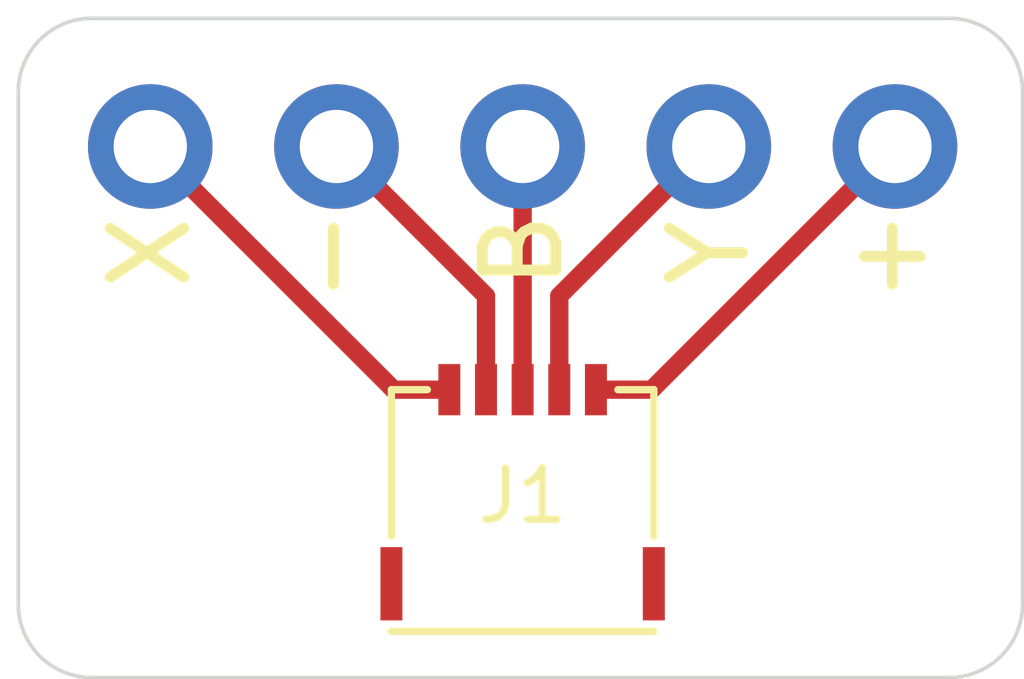
<source format=kicad_pcb>
(kicad_pcb (version 20171130) (host pcbnew "(5.1.5)-3")

  (general
    (thickness 1.6)
    (drawings 13)
    (tracks 9)
    (zones 0)
    (modules 4)
    (nets 6)
  )

  (page A4)
  (layers
    (0 F.Cu signal)
    (31 B.Cu signal)
    (32 B.Adhes user)
    (33 F.Adhes user)
    (34 B.Paste user)
    (35 F.Paste user)
    (36 B.SilkS user)
    (37 F.SilkS user)
    (38 B.Mask user)
    (39 F.Mask user)
    (40 Dwgs.User user)
    (41 Cmts.User user)
    (42 Eco1.User user)
    (43 Eco2.User user)
    (44 Edge.Cuts user)
    (45 Margin user)
    (46 B.CrtYd user)
    (47 F.CrtYd user)
    (48 B.Fab user)
    (49 F.Fab user hide)
  )

  (setup
    (last_trace_width 0.25)
    (trace_clearance 0.2)
    (zone_clearance 0.508)
    (zone_45_only no)
    (trace_min 0.2)
    (via_size 0.8)
    (via_drill 0.4)
    (via_min_size 0.4)
    (via_min_drill 0.3)
    (uvia_size 0.3)
    (uvia_drill 0.1)
    (uvias_allowed no)
    (uvia_min_size 0.2)
    (uvia_min_drill 0.1)
    (edge_width 0.05)
    (segment_width 0.2)
    (pcb_text_width 0.3)
    (pcb_text_size 1.5 1.5)
    (mod_edge_width 0.12)
    (mod_text_size 1 1)
    (mod_text_width 0.15)
    (pad_size 1.7 1.7)
    (pad_drill 1)
    (pad_to_mask_clearance 0.051)
    (solder_mask_min_width 0.25)
    (aux_axis_origin 92 41.9)
    (visible_elements 7FFFFFFF)
    (pcbplotparams
      (layerselection 0x010fc_ffffffff)
      (usegerberextensions false)
      (usegerberattributes false)
      (usegerberadvancedattributes false)
      (creategerberjobfile false)
      (excludeedgelayer true)
      (linewidth 0.100000)
      (plotframeref false)
      (viasonmask false)
      (mode 1)
      (useauxorigin false)
      (hpglpennumber 1)
      (hpglpenspeed 20)
      (hpglpendiameter 15.000000)
      (psnegative false)
      (psa4output false)
      (plotreference true)
      (plotvalue true)
      (plotinvisibletext false)
      (padsonsilk false)
      (subtractmaskfromsilk false)
      (outputformat 1)
      (mirror false)
      (drillshape 0)
      (scaleselection 1)
      (outputdirectory "C:/Users/Watermelon4man/Pictures/pcbs/Joycon breakout/Gerber V2/"))
  )

  (net 0 "")
  (net 1 "Net-(J1-Pad1)")
  (net 2 "Net-(J1-Pad2)")
  (net 3 "Net-(J1-Pad3)")
  (net 4 "Net-(J1-Pad4)")
  (net 5 "Net-(J1-Pad5)")

  (net_class Default "This is the default net class."
    (clearance 0.2)
    (trace_width 0.25)
    (via_dia 0.8)
    (via_drill 0.4)
    (uvia_dia 0.3)
    (uvia_drill 0.1)
    (add_net "Net-(J1-Pad1)")
    (add_net "Net-(J1-Pad2)")
    (add_net "Net-(J1-Pad3)")
    (add_net "Net-(J1-Pad4)")
    (add_net "Net-(J1-Pad5)")
  )

  (module MountingHole:MountingHole_2.2mm_M2_DIN965 (layer F.Cu) (tedit 56D1B4CB) (tstamp 60C7B739)
    (at 94.525 48.425)
    (descr "Mounting Hole 2.2mm, no annular, M2, DIN965")
    (tags "mounting hole 2.2mm no annular m2 din965")
    (attr virtual)
    (fp_text reference REF** (at 0 -2.9) (layer F.SilkS) hide
      (effects (font (size 1 1) (thickness 0.15)))
    )
    (fp_text value MountingHole_2.2mm_M2_DIN965 (at 0 2.9) (layer F.Fab)
      (effects (font (size 1 1) (thickness 0.15)))
    )
    (fp_circle (center 0 0) (end 2.15 0) (layer F.CrtYd) (width 0.05))
    (fp_circle (center 0 0) (end 1.9 0) (layer Cmts.User) (width 0.15))
    (fp_text user %R (at 0.3 0) (layer F.Fab)
      (effects (font (size 1 1) (thickness 0.15)))
    )
    (pad 1 np_thru_hole circle (at 0 0) (size 2.2 2.2) (drill 2.2) (layers *.Cu *.Mask))
  )

  (module MountingHole:MountingHole_2.2mm_M2_DIN965 (layer F.Cu) (tedit 56D1B4CB) (tstamp 60C7B77F)
    (at 103.175 48.425)
    (descr "Mounting Hole 2.2mm, no annular, M2, DIN965")
    (tags "mounting hole 2.2mm no annular m2 din965")
    (attr virtual)
    (fp_text reference REF** (at 0 -2.9) (layer F.SilkS) hide
      (effects (font (size 1 1) (thickness 0.15)))
    )
    (fp_text value MountingHole_2.2mm_M2_DIN965 (at 0 2.9) (layer F.Fab)
      (effects (font (size 1 1) (thickness 0.15)))
    )
    (fp_circle (center 0 0) (end 2.15 0) (layer F.CrtYd) (width 0.05))
    (fp_circle (center 0 0) (end 1.9 0) (layer Cmts.User) (width 0.15))
    (fp_text user %R (at 0.3 0) (layer F.Fab)
      (effects (font (size 1 1) (thickness 0.15)))
    )
    (pad 1 np_thru_hole circle (at 0 0) (size 2.2 2.2) (drill 2.2) (layers *.Cu *.Mask))
  )

  (module Connector_PinSocket_2.54mm:PinSocket_1x05_P2.54mm_Vertical (layer F.Cu) (tedit 60C79219) (tstamp 60C7B310)
    (at 92 41.9 90)
    (descr "Through hole straight socket strip, 1x05, 2.54mm pitch, single row (from Kicad 4.0.7), script generated")
    (tags "Through hole socket strip THT 1x05 2.54mm single row")
    (path /60C7C081)
    (fp_text reference J2 (at -1.75 -0.97 90) (layer F.SilkS) hide
      (effects (font (size 1 1) (thickness 0.15)))
    )
    (fp_text value Conn_01x05_Male (at -1.75 14.73 90) (layer F.Fab)
      (effects (font (size 1 1) (thickness 0.15)))
    )
    (fp_line (start -3.55 0) (end 0 0) (layer F.CrtYd) (width 0.05))
    (fp_line (start 0 0) (end 0 13.7) (layer F.CrtYd) (width 0.05))
    (fp_line (start 0 13.7) (end -3.55 13.7) (layer F.CrtYd) (width 0.05))
    (fp_line (start -3.55 13.7) (end -3.55 0) (layer F.CrtYd) (width 0.05))
    (fp_text user %R (at -1.75 6.88 180) (layer F.Fab)
      (effects (font (size 1 1) (thickness 0.15)))
    )
    (pad 1 thru_hole circle (at -1.75 1.8 90) (size 1.7 1.7) (drill 1) (layers *.Cu *.Mask)
      (net 1 "Net-(J1-Pad1)"))
    (pad 2 thru_hole oval (at -1.75 4.34 90) (size 1.7 1.7) (drill 1) (layers *.Cu *.Mask)
      (net 2 "Net-(J1-Pad2)"))
    (pad 3 thru_hole oval (at -1.75 6.88 90) (size 1.7 1.7) (drill 1) (layers *.Cu *.Mask)
      (net 3 "Net-(J1-Pad3)"))
    (pad 4 thru_hole oval (at -1.75 9.42 90) (size 1.7 1.7) (drill 1) (layers *.Cu *.Mask)
      (net 4 "Net-(J1-Pad4)"))
    (pad 5 thru_hole oval (at -1.75 11.96 90) (size 1.7 1.7) (drill 1) (layers *.Cu *.Mask)
      (net 5 "Net-(J1-Pad5)"))
    (model ${KISYS3DMOD}/Connector_PinSocket_2.54mm.3dshapes/PinSocket_1x05_P2.54mm_Vertical.wrl
      (at (xyz 0 0 0))
      (scale (xyz 1 1 1))
      (rotate (xyz 0 0 0))
    )
  )

  (module "Homemade:Molex 503480-0540" (layer F.Cu) (tedit 60ABF2E7) (tstamp 60C7B2F7)
    (at 98.88 48.42)
    (path /60C79168)
    (attr smd)
    (fp_text reference J1 (at 0 0 180) (layer F.SilkS)
      (effects (font (size 0.7 0.7) (thickness 0.1)))
    )
    (fp_text value Conn_01x05_Female (at -0.25 -2.62) (layer F.Fab)
      (effects (font (size 1 1) (thickness 0.15)))
    )
    (fp_line (start 1.79 1.85) (end -1.79 1.85) (layer F.SilkS) (width 0.1))
    (fp_line (start 1.79 0.55) (end 1.79 -1.45) (layer F.SilkS) (width 0.1))
    (fp_line (start -1.79 0.55) (end -1.79 -1.45) (layer F.SilkS) (width 0.1))
    (fp_line (start -1.79 -1.45) (end -1.3 -1.45) (layer F.SilkS) (width 0.1))
    (fp_line (start 1.79 -1.45) (end 1.3 -1.45) (layer F.SilkS) (width 0.1))
    (pad 6 smd rect (at -1.79 1.2) (size 0.3 1) (layers F.Cu F.Paste F.Mask))
    (pad 1 smd rect (at -1 -1.45) (size 0.3 0.7) (layers F.Cu F.Paste F.Mask)
      (net 1 "Net-(J1-Pad1)"))
    (pad 2 smd rect (at -0.5 -1.45) (size 0.3 0.7) (layers F.Cu F.Paste F.Mask)
      (net 2 "Net-(J1-Pad2)"))
    (pad 3 smd rect (at 0 -1.45) (size 0.3 0.7) (layers F.Cu F.Paste F.Mask)
      (net 3 "Net-(J1-Pad3)"))
    (pad 4 smd rect (at 0.5 -1.45) (size 0.3 0.7) (layers F.Cu F.Paste F.Mask)
      (net 4 "Net-(J1-Pad4)"))
    (pad 7 smd rect (at 1.79 1.2) (size 0.3 1) (layers F.Cu F.Paste F.Mask))
    (pad 5 smd rect (at 1 -1.45) (size 0.3 0.7) (layers F.Cu F.Paste F.Mask)
      (net 5 "Net-(J1-Pad5)"))
    (model "C:/Users/Watermelon4man/Pictures/pcbs/Joycon breakout/Components/503480-0540_stp/5034800540.stp"
      (offset (xyz 0 -1.9 0))
      (scale (xyz 1 1 1))
      (rotate (xyz -90 0 0))
    )
  )

  (gr_text "+\n" (at 103.85 45.15 90) (layer F.SilkS)
    (effects (font (size 1 1) (thickness 0.15)))
  )
  (gr_text Y (at 101.425 45.1 90) (layer F.SilkS)
    (effects (font (size 1 1) (thickness 0.15)))
  )
  (gr_text B (at 98.875 45.075 90) (layer F.SilkS)
    (effects (font (size 1 1) (thickness 0.15)))
  )
  (gr_text - (at 96.225 45.15 90) (layer F.SilkS)
    (effects (font (size 1 1) (thickness 0.15)))
  )
  (gr_text X (at 93.8 45.1 90) (layer F.SilkS)
    (effects (font (size 1 1) (thickness 0.15)))
  )
  (gr_arc (start 104.7 42.9) (end 105.7 42.9) (angle -90) (layer Edge.Cuts) (width 0.05))
  (gr_arc (start 93 42.9) (end 93 41.9) (angle -90) (layer Edge.Cuts) (width 0.05))
  (gr_arc (start 93 49.9) (end 92 49.9) (angle -90) (layer Edge.Cuts) (width 0.05))
  (gr_arc (start 104.7 49.9) (end 104.7 50.9) (angle -90) (layer Edge.Cuts) (width 0.05))
  (gr_line (start 104.7 50.9) (end 93 50.9) (layer Edge.Cuts) (width 0.05) (tstamp 60C7B533))
  (gr_line (start 105.7 42.9) (end 105.7 49.9) (layer Edge.Cuts) (width 0.05))
  (gr_line (start 92 42.9) (end 92 49.9) (layer Edge.Cuts) (width 0.05))
  (gr_line (start 93 41.9) (end 104.7 41.9) (layer Edge.Cuts) (width 0.05))

  (segment (start 97.12 46.97) (end 93.8 43.65) (width 0.25) (layer F.Cu) (net 1))
  (segment (start 97.88 46.97) (end 97.12 46.97) (width 0.25) (layer F.Cu) (net 1))
  (segment (start 98.38 45.69) (end 96.34 43.65) (width 0.25) (layer F.Cu) (net 2))
  (segment (start 98.38 46.97) (end 98.38 45.69) (width 0.25) (layer F.Cu) (net 2))
  (segment (start 98.88 46.97) (end 98.88 43.65) (width 0.25) (layer F.Cu) (net 3))
  (segment (start 99.38 45.69) (end 101.42 43.65) (width 0.25) (layer F.Cu) (net 4))
  (segment (start 99.38 46.97) (end 99.38 45.69) (width 0.25) (layer F.Cu) (net 4))
  (segment (start 100.64 46.97) (end 103.96 43.65) (width 0.25) (layer F.Cu) (net 5))
  (segment (start 99.88 46.97) (end 100.64 46.97) (width 0.25) (layer F.Cu) (net 5))

)

</source>
